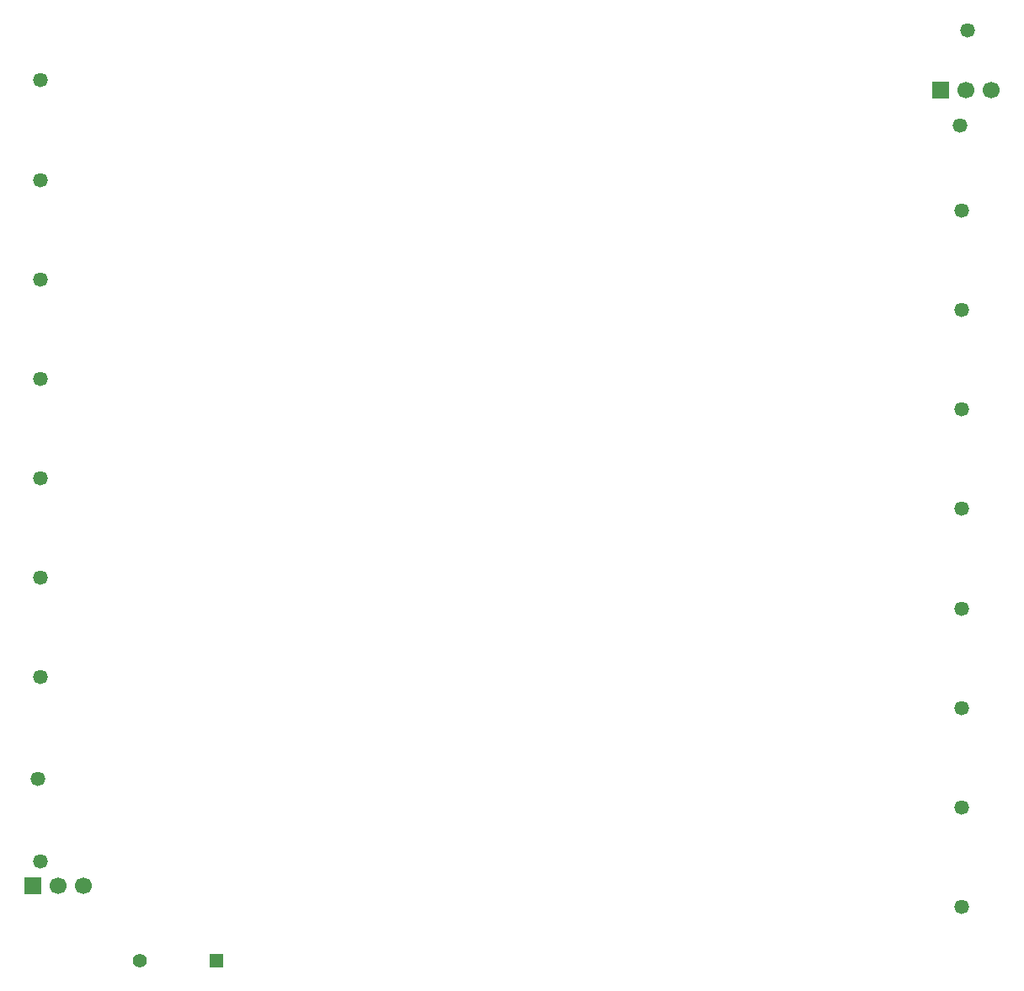
<source format=gbs>
G04*
G04 #@! TF.GenerationSoftware,Altium Limited,CircuitStudio,1.5.2 (30)*
G04*
G04 Layer_Color=8150272*
%FSLAX42Y42*%
%MOMM*%
G71*
G01*
G75*
%ADD20R,1.70X1.70*%
%ADD21C,1.70*%
%ADD22R,1.40X1.40*%
%ADD23C,1.40*%
%ADD24C,1.47*%
D20*
X11800Y11475D02*
D03*
X2675Y3475D02*
D03*
D21*
X12054Y11475D02*
D03*
X12308D02*
D03*
X2929Y3475D02*
D03*
X3183D02*
D03*
D22*
X4525Y2725D02*
D03*
D23*
X3750D02*
D03*
D24*
X12075Y12075D02*
D03*
X12010Y3265D02*
D03*
X2750Y3725D02*
D03*
X12010Y4265D02*
D03*
X2725Y4550D02*
D03*
X12010Y5265D02*
D03*
X2750Y5575D02*
D03*
X12010Y6265D02*
D03*
X2750Y6575D02*
D03*
X12010Y7265D02*
D03*
X2750Y7575D02*
D03*
X12010Y8265D02*
D03*
X2750Y8575D02*
D03*
X12015Y9265D02*
D03*
X2750Y9575D02*
D03*
X12010Y10265D02*
D03*
X2750Y10575D02*
D03*
X12000Y11125D02*
D03*
X2750Y11575D02*
D03*
M02*

</source>
